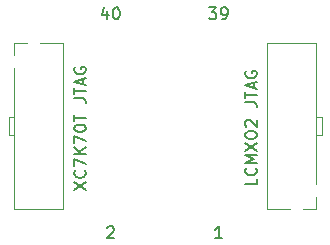
<source format=gbr>
%TF.GenerationSoftware,KiCad,Pcbnew,(5.1.6-0-10_14)*%
%TF.CreationDate,2020-12-10T12:41:56-07:00*%
%TF.ProjectId,DX7-JTAG,4458372d-4a54-4414-972e-6b696361645f,rev?*%
%TF.SameCoordinates,Original*%
%TF.FileFunction,Legend,Top*%
%TF.FilePolarity,Positive*%
%FSLAX46Y46*%
G04 Gerber Fmt 4.6, Leading zero omitted, Abs format (unit mm)*
G04 Created by KiCad (PCBNEW (5.1.6-0-10_14)) date 2020-12-10 12:41:56*
%MOMM*%
%LPD*%
G01*
G04 APERTURE LIST*
%ADD10C,0.150000*%
%ADD11C,0.120000*%
G04 APERTURE END LIST*
D10*
X42370476Y-28916380D02*
X42989523Y-28916380D01*
X42656190Y-29297333D01*
X42799047Y-29297333D01*
X42894285Y-29344952D01*
X42941904Y-29392571D01*
X42989523Y-29487809D01*
X42989523Y-29725904D01*
X42941904Y-29821142D01*
X42894285Y-29868761D01*
X42799047Y-29916380D01*
X42513333Y-29916380D01*
X42418095Y-29868761D01*
X42370476Y-29821142D01*
X43465714Y-29916380D02*
X43656190Y-29916380D01*
X43751428Y-29868761D01*
X43799047Y-29821142D01*
X43894285Y-29678285D01*
X43941904Y-29487809D01*
X43941904Y-29106857D01*
X43894285Y-29011619D01*
X43846666Y-28964000D01*
X43751428Y-28916380D01*
X43560952Y-28916380D01*
X43465714Y-28964000D01*
X43418095Y-29011619D01*
X43370476Y-29106857D01*
X43370476Y-29344952D01*
X43418095Y-29440190D01*
X43465714Y-29487809D01*
X43560952Y-29535428D01*
X43751428Y-29535428D01*
X43846666Y-29487809D01*
X43894285Y-29440190D01*
X43941904Y-29344952D01*
X33750285Y-29249714D02*
X33750285Y-29916380D01*
X33512190Y-28868761D02*
X33274095Y-29583047D01*
X33893142Y-29583047D01*
X34464571Y-28916380D02*
X34559809Y-28916380D01*
X34655047Y-28964000D01*
X34702666Y-29011619D01*
X34750285Y-29106857D01*
X34797904Y-29297333D01*
X34797904Y-29535428D01*
X34750285Y-29725904D01*
X34702666Y-29821142D01*
X34655047Y-29868761D01*
X34559809Y-29916380D01*
X34464571Y-29916380D01*
X34369333Y-29868761D01*
X34321714Y-29821142D01*
X34274095Y-29725904D01*
X34226476Y-29535428D01*
X34226476Y-29297333D01*
X34274095Y-29106857D01*
X34321714Y-29011619D01*
X34369333Y-28964000D01*
X34464571Y-28916380D01*
X33750285Y-47553619D02*
X33797904Y-47506000D01*
X33893142Y-47458380D01*
X34131238Y-47458380D01*
X34226476Y-47506000D01*
X34274095Y-47553619D01*
X34321714Y-47648857D01*
X34321714Y-47744095D01*
X34274095Y-47886952D01*
X33702666Y-48458380D01*
X34321714Y-48458380D01*
X43465714Y-48458380D02*
X42894285Y-48458380D01*
X43180000Y-48458380D02*
X43180000Y-47458380D01*
X43084761Y-47601238D01*
X42989523Y-47696476D01*
X42894285Y-47744095D01*
D11*
X51450000Y-39700000D02*
X51900000Y-39700000D01*
X51900000Y-38176000D02*
X51450000Y-38176000D01*
X51900000Y-39700000D02*
X51900000Y-38176000D01*
X25400000Y-39724000D02*
X25850000Y-39724000D01*
X25400000Y-38200000D02*
X25400000Y-39724000D01*
X25850000Y-38200000D02*
X25400000Y-38200000D01*
%TO.C,LCMXO2 JTAG*%
X51410000Y-44951500D02*
X51410000Y-46011500D01*
X51410000Y-46011500D02*
X50350000Y-46011500D01*
X51410000Y-31890000D02*
X51400000Y-43900000D01*
X47290000Y-46010000D02*
X49250000Y-46010000D01*
X47290000Y-31890000D02*
X47290000Y-46010000D01*
X47290000Y-31890000D02*
X51410000Y-31890000D01*
%TO.C,XC7K70T JTAG*%
X25864000Y-32956500D02*
X25864000Y-31896500D01*
X25864000Y-31896500D02*
X26924000Y-31896500D01*
X25864000Y-46018000D02*
X25874000Y-34008000D01*
X29984000Y-31898000D02*
X28024000Y-31898000D01*
X29984000Y-46018000D02*
X29984000Y-31898000D01*
X29984000Y-46018000D02*
X25864000Y-46018000D01*
%TO.C,LCMXO2 JTAG*%
D10*
X46426380Y-43425523D02*
X46426380Y-43901714D01*
X45426380Y-43901714D01*
X46331142Y-42520761D02*
X46378761Y-42568380D01*
X46426380Y-42711238D01*
X46426380Y-42806476D01*
X46378761Y-42949333D01*
X46283523Y-43044571D01*
X46188285Y-43092190D01*
X45997809Y-43139809D01*
X45854952Y-43139809D01*
X45664476Y-43092190D01*
X45569238Y-43044571D01*
X45474000Y-42949333D01*
X45426380Y-42806476D01*
X45426380Y-42711238D01*
X45474000Y-42568380D01*
X45521619Y-42520761D01*
X46426380Y-42092190D02*
X45426380Y-42092190D01*
X46140666Y-41758857D01*
X45426380Y-41425523D01*
X46426380Y-41425523D01*
X45426380Y-41044571D02*
X46426380Y-40377904D01*
X45426380Y-40377904D02*
X46426380Y-41044571D01*
X45426380Y-39806476D02*
X45426380Y-39616000D01*
X45474000Y-39520761D01*
X45569238Y-39425523D01*
X45759714Y-39377904D01*
X46093047Y-39377904D01*
X46283523Y-39425523D01*
X46378761Y-39520761D01*
X46426380Y-39616000D01*
X46426380Y-39806476D01*
X46378761Y-39901714D01*
X46283523Y-39996952D01*
X46093047Y-40044571D01*
X45759714Y-40044571D01*
X45569238Y-39996952D01*
X45474000Y-39901714D01*
X45426380Y-39806476D01*
X45521619Y-38996952D02*
X45474000Y-38949333D01*
X45426380Y-38854095D01*
X45426380Y-38616000D01*
X45474000Y-38520761D01*
X45521619Y-38473142D01*
X45616857Y-38425523D01*
X45712095Y-38425523D01*
X45854952Y-38473142D01*
X46426380Y-39044571D01*
X46426380Y-38425523D01*
X45426380Y-36949333D02*
X46140666Y-36949333D01*
X46283523Y-36996952D01*
X46378761Y-37092190D01*
X46426380Y-37235047D01*
X46426380Y-37330285D01*
X45426380Y-36616000D02*
X45426380Y-36044571D01*
X46426380Y-36330285D02*
X45426380Y-36330285D01*
X46140666Y-35758857D02*
X46140666Y-35282666D01*
X46426380Y-35854095D02*
X45426380Y-35520761D01*
X46426380Y-35187428D01*
X45474000Y-34330285D02*
X45426380Y-34425523D01*
X45426380Y-34568380D01*
X45474000Y-34711238D01*
X45569238Y-34806476D01*
X45664476Y-34854095D01*
X45854952Y-34901714D01*
X45997809Y-34901714D01*
X46188285Y-34854095D01*
X46283523Y-34806476D01*
X46378761Y-34711238D01*
X46426380Y-34568380D01*
X46426380Y-34473142D01*
X46378761Y-34330285D01*
X46331142Y-34282666D01*
X45997809Y-34282666D01*
X45997809Y-34473142D01*
%TO.C,XC7K70T JTAG*%
X30948380Y-44330285D02*
X31948380Y-43663619D01*
X30948380Y-43663619D02*
X31948380Y-44330285D01*
X31853142Y-42711238D02*
X31900761Y-42758857D01*
X31948380Y-42901714D01*
X31948380Y-42996952D01*
X31900761Y-43139809D01*
X31805523Y-43235047D01*
X31710285Y-43282666D01*
X31519809Y-43330285D01*
X31376952Y-43330285D01*
X31186476Y-43282666D01*
X31091238Y-43235047D01*
X30996000Y-43139809D01*
X30948380Y-42996952D01*
X30948380Y-42901714D01*
X30996000Y-42758857D01*
X31043619Y-42711238D01*
X30948380Y-42377904D02*
X30948380Y-41711238D01*
X31948380Y-42139809D01*
X31948380Y-41330285D02*
X30948380Y-41330285D01*
X31948380Y-40758857D02*
X31376952Y-41187428D01*
X30948380Y-40758857D02*
X31519809Y-41330285D01*
X30948380Y-40425523D02*
X30948380Y-39758857D01*
X31948380Y-40187428D01*
X30948380Y-39187428D02*
X30948380Y-39092190D01*
X30996000Y-38996952D01*
X31043619Y-38949333D01*
X31138857Y-38901714D01*
X31329333Y-38854095D01*
X31567428Y-38854095D01*
X31757904Y-38901714D01*
X31853142Y-38949333D01*
X31900761Y-38996952D01*
X31948380Y-39092190D01*
X31948380Y-39187428D01*
X31900761Y-39282666D01*
X31853142Y-39330285D01*
X31757904Y-39377904D01*
X31567428Y-39425523D01*
X31329333Y-39425523D01*
X31138857Y-39377904D01*
X31043619Y-39330285D01*
X30996000Y-39282666D01*
X30948380Y-39187428D01*
X30948380Y-38568380D02*
X30948380Y-37996952D01*
X31948380Y-38282666D02*
X30948380Y-38282666D01*
X30948380Y-36616000D02*
X31662666Y-36616000D01*
X31805523Y-36663619D01*
X31900761Y-36758857D01*
X31948380Y-36901714D01*
X31948380Y-36996952D01*
X30948380Y-36282666D02*
X30948380Y-35711238D01*
X31948380Y-35996952D02*
X30948380Y-35996952D01*
X31662666Y-35425523D02*
X31662666Y-34949333D01*
X31948380Y-35520761D02*
X30948380Y-35187428D01*
X31948380Y-34854095D01*
X30996000Y-33996952D02*
X30948380Y-34092190D01*
X30948380Y-34235047D01*
X30996000Y-34377904D01*
X31091238Y-34473142D01*
X31186476Y-34520761D01*
X31376952Y-34568380D01*
X31519809Y-34568380D01*
X31710285Y-34520761D01*
X31805523Y-34473142D01*
X31900761Y-34377904D01*
X31948380Y-34235047D01*
X31948380Y-34139809D01*
X31900761Y-33996952D01*
X31853142Y-33949333D01*
X31519809Y-33949333D01*
X31519809Y-34139809D01*
%TD*%
M02*

</source>
